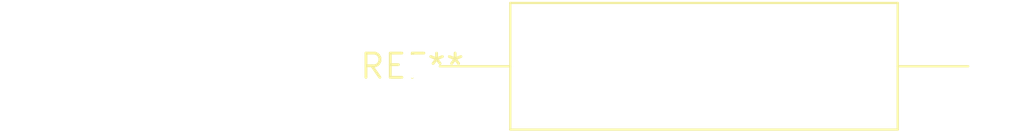
<source format=kicad_pcb>
(kicad_pcb (version 20240108) (generator pcbnew)
  (layers (0 "F.Cu" signal) (31 "B.Cu" signal) (34 "B.Paste" user) (35 "F.Paste" user) (36 "B.SilkS" user "B.Silkscreen") (37 "F.SilkS" user "F.Silkscreen") (38 "B.Mask" user) (39 "F.Mask" user) (44 "Edge.Cuts" user))
  (net 0 "")
  (footprint "R_Axial_Power_L20.0mm_W6.4mm_P30.48mm" (layer "F.Cu") (at 0 0)
    (property "Reference" "REF**")
    (property "Value" "R_Axial_Power_L20.0mm_W6.4mm_P30.48mm")
    (fp_line (start 1.44 0) (end 5.12 0) (layer "F.SilkS") (stroke (width 0.12)))
    (fp_line (start 5.12 -3.32) (end 5.12 3.32) (layer "F.SilkS") (stroke (width 0.12)))
    (fp_line (start 5.12 3.32) (end 25.36 3.32) (layer "F.SilkS") (stroke (width 0.12)))
    (fp_line (start 25.36 -3.32) (end 5.12 -3.32) (layer "F.SilkS") (stroke (width 0.12)))
    (fp_line (start 25.36 3.32) (end 25.36 -3.32) (layer "F.SilkS") (stroke (width 0.12)))
    (fp_line (start 29.04 0) (end 25.36 0) (layer "F.SilkS") (stroke (width 0.12)))
    (pad "1" thru_hole circle (at 0 0) (size 2.4 2.4) (drill 1.2) (layers *.Cu *.Mask) (remove_unused_layers))
    (pad "2" thru_hole oval (at 30.48 0) (size 2.4 2.4) (drill 1.2) (layers *.Cu *.Mask) (remove_unused_layers))
  )
)
</source>
